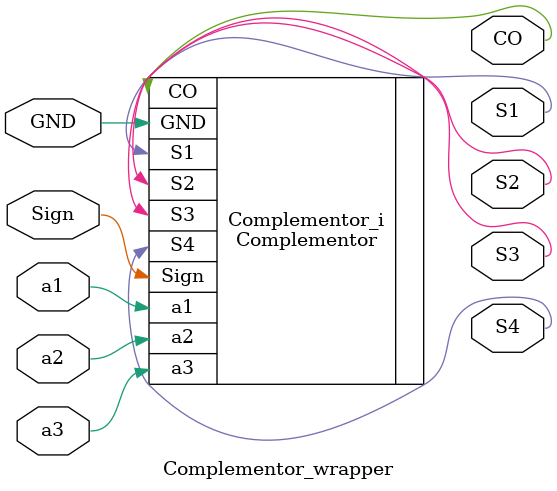
<source format=v>
`timescale 1 ps / 1 ps

module Complementor_wrapper
   (CO,
    GND,
    S1,
    S2,
    S3,
    S4,
    Sign,
    a1,
    a2,
    a3);
  output CO;
  input GND;
  output S1;
  output S2;
  output S3;
  output S4;
  input Sign;
  input a1;
  input a2;
  input a3;

  wire CO;
  wire GND;
  wire S1;
  wire S2;
  wire S3;
  wire S4;
  wire Sign;
  wire a1;
  wire a2;
  wire a3;

  Complementor Complementor_i
       (.CO(CO),
        .GND(GND),
        .S1(S1),
        .S2(S2),
        .S3(S3),
        .S4(S4),
        .Sign(Sign),
        .a1(a1),
        .a2(a2),
        .a3(a3));
endmodule

</source>
